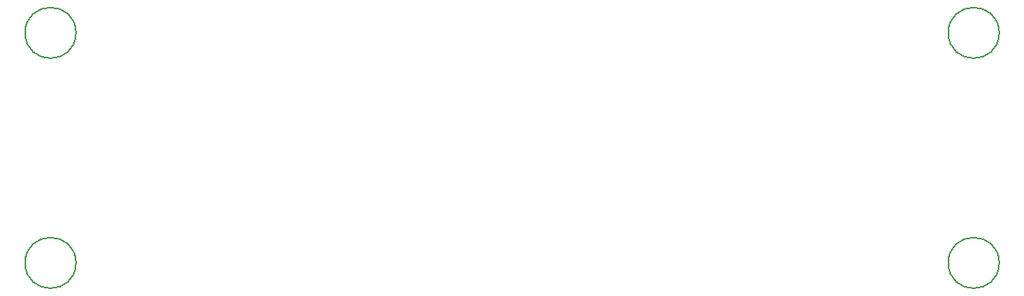
<source format=gbr>
%TF.GenerationSoftware,KiCad,Pcbnew,8.0.2-1*%
%TF.CreationDate,2024-09-06T21:09:21+10:00*%
%TF.ProjectId,ae-bbc-pcb,61652d62-6263-42d7-9063-622e6b696361,rev?*%
%TF.SameCoordinates,Original*%
%TF.FileFunction,Other,Comment*%
%FSLAX46Y46*%
G04 Gerber Fmt 4.6, Leading zero omitted, Abs format (unit mm)*
G04 Created by KiCad (PCBNEW 8.0.2-1) date 2024-09-06 21:09:21*
%MOMM*%
%LPD*%
G01*
G04 APERTURE LIST*
%ADD10C,0.150000*%
G04 APERTURE END LIST*
D10*
%TO.C,H2*%
X258070000Y-129540000D02*
G75*
G02*
X252470000Y-129540000I-2800000J0D01*
G01*
X252470000Y-129540000D02*
G75*
G02*
X258070000Y-129540000I2800000J0D01*
G01*
%TO.C,H4*%
X258070000Y-154940000D02*
G75*
G02*
X252470000Y-154940000I-2800000J0D01*
G01*
X252470000Y-154940000D02*
G75*
G02*
X258070000Y-154940000I2800000J0D01*
G01*
%TO.C,H1*%
X156470000Y-129540000D02*
G75*
G02*
X150870000Y-129540000I-2800000J0D01*
G01*
X150870000Y-129540000D02*
G75*
G02*
X156470000Y-129540000I2800000J0D01*
G01*
%TO.C,H3*%
X156470000Y-154940000D02*
G75*
G02*
X150870000Y-154940000I-2800000J0D01*
G01*
X150870000Y-154940000D02*
G75*
G02*
X156470000Y-154940000I2800000J0D01*
G01*
%TD*%
M02*

</source>
